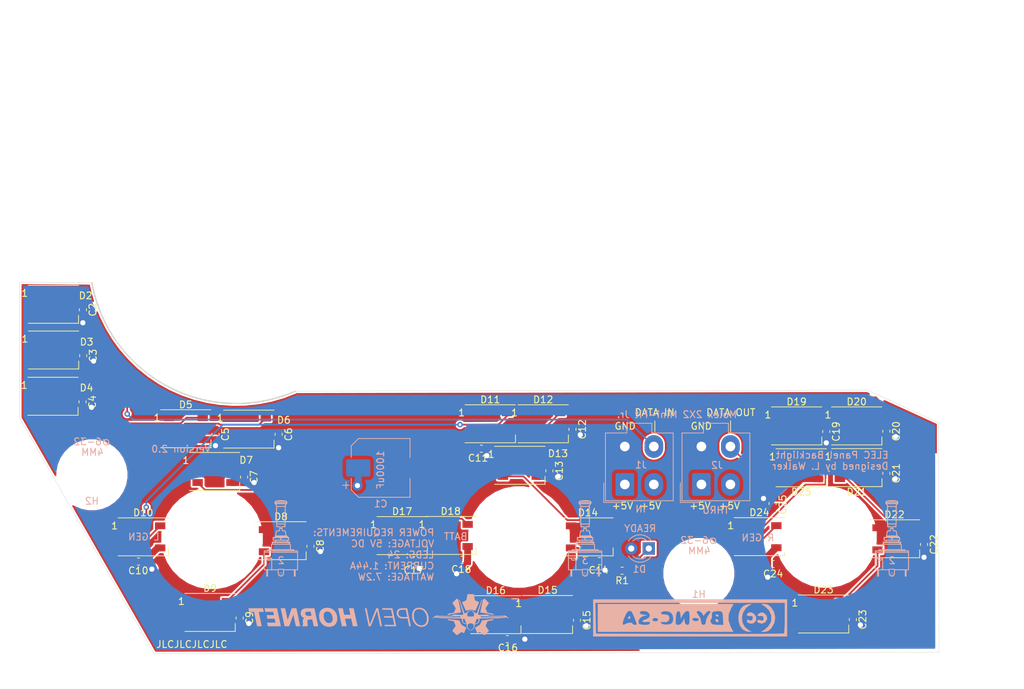
<source format=kicad_pcb>
(kicad_pcb (version 20171130) (host pcbnew "(5.1.6)-1")
  (layers (0 F.Cu signal) (31 B.Cu signal) (34 B.Paste user) (35 F.Paste user) (36 B.SilkS user) (37 F.SilkS user) (38 B.Mask user) (39 F.Mask user) (44 Edge.Cuts user))
  (net 0 "")
  (net 1 /LEDGND)
  (net 2 /LED+5V)
  (net 3 "Net-(D1-Pad1)")
  (net 4 "Net-(D2-Pad2)")
  (net 5 /DATAIN)
  (net 6 "Net-(D3-Pad2)")
  (net 7 "Net-(D4-Pad2)")
  (net 8 "Net-(D5-Pad2)")
  (net 9 "Net-(D6-Pad2)")
  (net 10 "Net-(D7-Pad2)")
  (net 11 "Net-(D8-Pad2)")
  (net 12 "Net-(D10-Pad4)")
  (net 13 "Net-(D10-Pad2)")
  (net 14 "Net-(D11-Pad2)")
  (net 15 "Net-(D12-Pad2)")
  (net 16 /DATAOUT1)
  (net 17 "Net-(D14-Pad2)")
  (net 18 "Net-(D15-Pad2)")
  (net 19 "Net-(D16-Pad2)")
  (net 20 "Net-(D17-Pad2)")
  (net 21 "Net-(D18-Pad2)")
  (net 22 "Net-(D19-Pad2)")
  (net 23 "Net-(D20-Pad2)")
  (net 24 "Net-(D21-Pad2)")
  (net 25 "Net-(D22-Pad2)")
  (net 26 "Net-(D23-Pad2)")
  (net 27 "Net-(D24-Pad2)")
  (net 28 /DATAOUT)
  (module OH_Backlighting:OH_Panel_6-32_PHS (layer F.Cu) (at 40.4114 125.7808)
    (fp_text reference 5 hide)
    (fp_text value OH_Panel_Fastner_Keepout hide)
    (fp_text user 4MM (at 0.075 -3.275 180) (layer B.SilkS) (effects (justify mirror)))
    (fp_text user H2 (at 0 3.81) (layer B.SilkS) (effects (justify mirror)))
    (fp_text user ⌀6-32 (at 0 -4.8) (layer B.SilkS) (effects (justify mirror)))
    (pad "" np_thru_hole circle (at 0 0) (size 4.3 4.3) (drill 4.3) (layers *.Cu *.Mask) (clearance 3))
  )
  (module OH_Backlighting:OH_Panel_6-32_PHS (layer F.Cu) (at 128.2954 140.0683)
    (fp_text reference 4 hide)
    (fp_text value OH_Panel_Fastner_Keepout hide)
    (fp_text user 4MM (at 0.075 -3.275 180) (layer B.SilkS) (effects (justify mirror)))
    (fp_text user H1 (at 0 3.0317) (layer B.SilkS) (effects (justify mirror)))
    (fp_text user ⌀6-32 (at 0 -4.8) (layer B.SilkS) (effects (justify mirror)))
    (pad "" np_thru_hole circle (at 0 0) (size 4.3 4.3) (drill 4.3) (layers *.Cu *.Mask) (clearance 3))
  )
  (module OH_Backlighting:SxAL_Toggle_13x13mm (layer F.Cu) (at 57.8104 134.979916)
    (fp_text reference 1 hide)
    (fp_text value SxAL_Toggle_13x13mm hide)
    (pad "" np_thru_hole circle (at 0 0) (size 12.7 12.7) (drill 12.7) (layers *.Mask F.Cu) (clearance 1))
    (pad "" np_thru_hole circle (at 0 0) (size 12.7 12.7) (drill 12.7) (layers *.Mask B.Cu) (clearance 2.65))
  )
  (module OH_Backlighting:SxAL_Toggle_13x13mm (layer F.Cu) (at 102.2604 134.7978)
    (fp_text reference 2 hide)
    (fp_text value SxAL_Toggle_13x13mm hide)
    (pad "" np_thru_hole circle (at 0 0) (size 12.7 12.7) (drill 12.7) (layers *.Mask F.Cu) (clearance 1))
    (pad "" np_thru_hole circle (at 0 0) (size 12.7 12.7) (drill 12.7) (layers *.Mask B.Cu) (clearance 2.65))
  )
  (module OH_Backlighting:SxAL_Toggle_13x13mm (layer F.Cu) (at 146.7104 134.7978)
    (fp_text reference 3 hide)
    (fp_text value SxAL_Toggle_13x13mm hide)
    (pad "" np_thru_hole circle (at 0 0) (size 12.7 12.7) (drill 12.7) (layers *.Mask F.Cu) (clearance 1))
    (pad "" np_thru_hole circle (at 0 0) (size 12.7 12.7) (drill 12.7) (layers *.Mask B.Cu) (clearance 2.65))
  )
  (module OH_General:OH_LOGO_37.7mm_5.9mm (layer B.Cu) (at 81.92 146.05 180)
    (fp_text reference G4 hide)
    (fp_text value LOGO hide)
  )
  (module OH_General:CC-BY-NC-SA-Small (layer B.Cu) (at 127.12 146.52 180)
    (fp_text reference G5 hide)
    (fp_text value LOGO hide)
  )
  (module Capacitor_SMD:C_0603_1608Metric (layer F.Cu) (at 138.98 129.94 90)
    (fp_text reference C25 (at -0.16 1.47 90) (layer F.SilkS))
    (fp_text value C)
    (pad 2 smd roundrect (at 0.7875 0 90) (size 0.875 0.95) (layers F.Cu F.Paste F.Mask) (net 1 /LEDGND))
    (pad 1 smd roundrect (at -0.7875 0 90) (size 0.875 0.95) (layers F.Cu F.Paste F.Mask) (net 2 /LED+5V))
  )
  (module Capacitor_SMD:C_0603_1608Metric (layer F.Cu) (at 139.0575 138.7 180)
    (fp_text reference C24 (at 0 -1.43) (layer F.SilkS))
    (fp_text value C)
    (pad 2 smd roundrect (at 0.7875 0 180) (size 0.875 0.95) (layers F.Cu F.Paste F.Mask) (net 1 /LEDGND))
    (pad 1 smd roundrect (at -0.7875 0 180) (size 0.875 0.95) (layers F.Cu F.Paste F.Mask) (net 2 /LED+5V))
  )
  (module Capacitor_SMD:C_0603_1608Metric (layer F.Cu) (at 150.6 146.752 270)
    (fp_text reference C23 (at 0 -1.43 90) (layer F.SilkS))
    (fp_text value C)
    (pad 2 smd roundrect (at 0.7875 0 270) (size 0.875 0.95) (layers F.Cu F.Paste F.Mask) (net 1 /LEDGND))
    (pad 1 smd roundrect (at -0.7875 0 270) (size 0.875 0.95) (layers F.Cu F.Paste F.Mask) (net 2 /LED+5V))
  )
  (module Capacitor_SMD:C_0603_1608Metric (layer F.Cu) (at 160.91 135.87 270)
    (fp_text reference C22 (at 0 -1.43 90) (layer F.SilkS))
    (fp_text value C)
    (pad 2 smd roundrect (at 0.7875 0 270) (size 0.875 0.95) (layers F.Cu F.Paste F.Mask) (net 1 /LEDGND))
    (pad 1 smd roundrect (at -0.7875 0 270) (size 0.875 0.95) (layers F.Cu F.Paste F.Mask) (net 2 /LED+5V))
  )
  (module Capacitor_SMD:C_0603_1608Metric (layer F.Cu) (at 155.45 125.562 270)
    (fp_text reference C21 (at 0 -1.43 90) (layer F.SilkS))
    (fp_text value C)
    (pad 2 smd roundrect (at 0.7875 0 270) (size 0.875 0.95) (layers F.Cu F.Paste F.Mask) (net 1 /LEDGND))
    (pad 1 smd roundrect (at -0.7875 0 270) (size 0.875 0.95) (layers F.Cu F.Paste F.Mask) (net 2 /LED+5V))
  )
  (module Capacitor_SMD:C_0603_1608Metric (layer F.Cu) (at 155.45 119.462 270)
    (fp_text reference C20 (at 0 -1.43 90) (layer F.SilkS))
    (fp_text value C)
    (pad 2 smd roundrect (at 0.7875 0 270) (size 0.875 0.95) (layers F.Cu F.Paste F.Mask) (net 1 /LEDGND))
    (pad 1 smd roundrect (at -0.7875 0 270) (size 0.875 0.95) (layers F.Cu F.Paste F.Mask) (net 2 /LED+5V))
  )
  (module Resistor_SMD:R_0603_1608Metric (layer F.Cu) (at 117.19 139.68 180)
    (fp_text reference R1 (at 0 -1.43) (layer F.SilkS))
    (fp_text value R)
    (pad 2 smd roundrect (at 0.7875 0 180) (size 0.875 0.95) (layers F.Cu F.Paste F.Mask) (net 1 /LEDGND))
    (pad 1 smd roundrect (at -0.7875 0 180) (size 0.875 0.95) (layers F.Cu F.Paste F.Mask) (net 3 "Net-(D1-Pad1)"))
  )
  (module Connector_Molex:Molex_Mini-Fit_Jr_5566-04A_2x02_P4.20mm_Vertical (layer B.Cu) (at 128.67 127.18)
    (fp_text reference J2 (at 2.27 -2.79) (layer B.SilkS) (effects (justify mirror)))
    (fp_text value Conn_01x04_Female)
    (pad 4 thru_hole oval (at 4.2 -5.5) (size 2.7 3.3) (drill 1.4) (layers *.Cu *.Mask) (net 28 /DATAOUT))
    (pad 3 thru_hole oval (at 0 -5.5) (size 2.7 3.3) (drill 1.4) (layers *.Cu *.Mask) (net 1 /LEDGND))
    (pad 2 thru_hole oval (at 4.2 0) (size 2.7 3.3) (drill 1.4) (layers *.Cu *.Mask) (net 2 /LED+5V))
    (pad 1 thru_hole roundrect (at 0 0) (size 2.7 3.3) (drill 1.4) (layers *.Cu *.Mask) (roundrect_rratio 0.09259299999999999) (net 2 /LED+5V))
  )
  (module Connector_Molex:Molex_Mini-Fit_Jr_5566-04A_2x02_P4.20mm_Vertical (layer B.Cu) (at 117.58 127.18)
    (fp_text reference J1 (at 2.34 -2.84) (layer B.SilkS) (effects (justify mirror)))
    (fp_text value Conn_01x04_Female)
    (pad 4 thru_hole oval (at 4.2 -5.5) (size 2.7 3.3) (drill 1.4) (layers *.Cu *.Mask) (net 5 /DATAIN))
    (pad 3 thru_hole oval (at 0 -5.5) (size 2.7 3.3) (drill 1.4) (layers *.Cu *.Mask) (net 1 /LEDGND))
    (pad 2 thru_hole oval (at 4.2 0) (size 2.7 3.3) (drill 1.4) (layers *.Cu *.Mask) (net 2 /LED+5V))
    (pad 1 thru_hole roundrect (at 0 0) (size 2.7 3.3) (drill 1.4) (layers *.Cu *.Mask) (roundrect_rratio 0.09259299999999999) (net 2 /LED+5V))
  )
  (module Capacitor_SMD:C_0603_1608Metric (layer F.Cu) (at 146.75 119.512 270)
    (fp_text reference C19 (at 0 -1.43 90) (layer F.SilkS))
    (fp_text value C)
    (pad 2 smd roundrect (at 0.7875 0 270) (size 0.875 0.95) (layers F.Cu F.Paste F.Mask) (net 1 /LEDGND))
    (pad 1 smd roundrect (at -0.7875 0 270) (size 0.875 0.95) (layers F.Cu F.Paste F.Mask) (net 2 /LED+5V))
  )
  (module Capacitor_SMD:C_0603_1608Metric (layer F.Cu) (at 94.0125 138.1)
    (fp_text reference C18 (at -0.1125 1.375) (layer F.SilkS))
    (fp_text value C)
    (pad 2 smd roundrect (at 0.7875 0) (size 0.875 0.95) (layers F.Cu F.Paste F.Mask) (net 1 /LEDGND))
    (pad 1 smd roundrect (at -0.7875 0) (size 0.875 0.95) (layers F.Cu F.Paste F.Mask) (net 2 /LED+5V))
  )
  (module Capacitor_SMD:C_0603_1608Metric (layer F.Cu) (at 87.0125 138.15)
    (fp_text reference C17 (at -0.0125 1.475) (layer F.SilkS))
    (fp_text value C)
    (pad 2 smd roundrect (at 0.7875 0) (size 0.875 0.95) (layers F.Cu F.Paste F.Mask) (net 1 /LEDGND))
    (pad 1 smd roundrect (at -0.7875 0) (size 0.875 0.95) (layers F.Cu F.Paste F.Mask) (net 2 /LED+5V))
  )
  (module Capacitor_SMD:C_0603_1608Metric (layer F.Cu) (at 100.562 149.6)
    (fp_text reference C16 (at 0.0875 1.25) (layer F.SilkS))
    (fp_text value C)
    (pad 2 smd roundrect (at 0.7875 0) (size 0.875 0.95) (layers F.Cu F.Paste F.Mask) (net 1 /LEDGND))
    (pad 1 smd roundrect (at -0.7875 0) (size 0.875 0.95) (layers F.Cu F.Paste F.Mask) (net 2 /LED+5V))
  )
  (module Capacitor_SMD:C_0603_1608Metric (layer F.Cu) (at 110.65 146.862 270)
    (fp_text reference C15 (at 0 -1.43 90) (layer F.SilkS))
    (fp_text value C)
    (pad 2 smd roundrect (at 0.7875 0 270) (size 0.875 0.95) (layers F.Cu F.Paste F.Mask) (net 1 /LEDGND))
    (pad 1 smd roundrect (at -0.7875 0 270) (size 0.875 0.95) (layers F.Cu F.Paste F.Mask) (net 2 /LED+5V))
  )
  (module Capacitor_SMD:C_0603_1608Metric (layer F.Cu) (at 113.9 138.3)
    (fp_text reference C14 (at -0.1 1.3) (layer F.SilkS))
    (fp_text value C)
    (pad 2 smd roundrect (at 0.7875 0) (size 0.875 0.95) (layers F.Cu F.Paste F.Mask) (net 1 /LEDGND))
    (pad 1 smd roundrect (at -0.7875 0) (size 0.875 0.95) (layers F.Cu F.Paste F.Mask) (net 2 /LED+5V))
  )
  (module Capacitor_SMD:C_0603_1608Metric (layer F.Cu) (at 106.65 125.212 270)
    (fp_text reference C13 (at 0 -1.43 90) (layer F.SilkS))
    (fp_text value C)
    (pad 2 smd roundrect (at 0.7875 0 270) (size 0.875 0.95) (layers F.Cu F.Paste F.Mask) (net 1 /LEDGND))
    (pad 1 smd roundrect (at -0.7875 0 270) (size 0.875 0.95) (layers F.Cu F.Paste F.Mask) (net 2 /LED+5V))
  )
  (module Capacitor_SMD:C_0603_1608Metric (layer F.Cu) (at 110 119.188 270)
    (fp_text reference C12 (at 0 -1.43 90) (layer F.SilkS))
    (fp_text value C)
    (pad 2 smd roundrect (at 0.7875 0 270) (size 0.875 0.95) (layers F.Cu F.Paste F.Mask) (net 1 /LEDGND))
    (pad 1 smd roundrect (at -0.7875 0 270) (size 0.875 0.95) (layers F.Cu F.Paste F.Mask) (net 2 /LED+5V))
  )
  (module Capacitor_SMD:C_0603_1608Metric (layer F.Cu) (at 96.8125 122)
    (fp_text reference C11 (at -0.4875 1.35) (layer F.SilkS))
    (fp_text value C)
    (pad 2 smd roundrect (at 0.7875 0) (size 0.875 0.95) (layers F.Cu F.Paste F.Mask) (net 1 /LEDGND))
    (pad 1 smd roundrect (at -0.7875 0) (size 0.875 0.95) (layers F.Cu F.Paste F.Mask) (net 2 /LED+5V))
  )
  (module Capacitor_SMD:C_0603_1608Metric (layer F.Cu) (at 47.1625 138.35)
    (fp_text reference C10 (at -0.0375 1.325) (layer F.SilkS))
    (fp_text value C)
    (pad 2 smd roundrect (at 0.7875 0) (size 0.875 0.95) (layers F.Cu F.Paste F.Mask) (net 1 /LEDGND))
    (pad 1 smd roundrect (at -0.7875 0) (size 0.875 0.95) (layers F.Cu F.Paste F.Mask) (net 2 /LED+5V))
  )
  (module Capacitor_SMD:C_0603_1608Metric (layer F.Cu) (at 61.8 146.538 270)
    (fp_text reference C9 (at 0 -1.43 90) (layer F.SilkS))
    (fp_text value C)
    (pad 2 smd roundrect (at 0.7875 0 270) (size 0.875 0.95) (layers F.Cu F.Paste F.Mask) (net 1 /LEDGND))
    (pad 1 smd roundrect (at -0.7875 0 270) (size 0.875 0.95) (layers F.Cu F.Paste F.Mask) (net 2 /LED+5V))
  )
  (module Capacitor_SMD:C_0603_1608Metric (layer F.Cu) (at 72.05 136.138 270)
    (fp_text reference C8 (at 0 -1.43 90) (layer F.SilkS))
    (fp_text value C)
    (pad 2 smd roundrect (at 0.7875 0 270) (size 0.875 0.95) (layers F.Cu F.Paste F.Mask) (net 1 /LEDGND))
    (pad 1 smd roundrect (at -0.7875 0 270) (size 0.875 0.95) (layers F.Cu F.Paste F.Mask) (net 2 /LED+5V))
  )
  (module Capacitor_SMD:C_0603_1608Metric (layer F.Cu) (at 62.45 126.112 270)
    (fp_text reference C7 (at 0 -1.43 90) (layer F.SilkS))
    (fp_text value C)
    (pad 2 smd roundrect (at 0.7875 0 270) (size 0.875 0.95) (layers F.Cu F.Paste F.Mask) (net 1 /LEDGND))
    (pad 1 smd roundrect (at -0.7875 0 270) (size 0.875 0.95) (layers F.Cu F.Paste F.Mask) (net 2 /LED+5V))
  )
  (module Capacitor_SMD:C_0603_1608Metric (layer F.Cu) (at 67.45 119.912 270)
    (fp_text reference C6 (at 0 -1.43 90) (layer F.SilkS))
    (fp_text value C)
    (pad 2 smd roundrect (at 0.7875 0 270) (size 0.875 0.95) (layers F.Cu F.Paste F.Mask) (net 1 /LEDGND))
    (pad 1 smd roundrect (at -0.7875 0 270) (size 0.875 0.95) (layers F.Cu F.Paste F.Mask) (net 2 /LED+5V))
  )
  (module Capacitor_SMD:C_0603_1608Metric (layer F.Cu) (at 58.3 119.912 270)
    (fp_text reference C5 (at 0 -1.43 90) (layer F.SilkS))
    (fp_text value C)
    (pad 2 smd roundrect (at 0.7875 0 270) (size 0.875 0.95) (layers F.Cu F.Paste F.Mask) (net 1 /LEDGND))
    (pad 1 smd roundrect (at -0.7875 0 270) (size 0.875 0.95) (layers F.Cu F.Paste F.Mask) (net 2 /LED+5V))
  )
  (module Capacitor_SMD:C_0603_1608Metric (layer F.Cu) (at 39.05 115.212 270)
    (fp_text reference C4 (at 0 -1.43 90) (layer F.SilkS))
    (fp_text value C)
    (pad 2 smd roundrect (at 0.7875 0 270) (size 0.875 0.95) (layers F.Cu F.Paste F.Mask) (net 1 /LEDGND))
    (pad 1 smd roundrect (at -0.7875 0 270) (size 0.875 0.95) (layers F.Cu F.Paste F.Mask) (net 2 /LED+5V))
  )
  (module Capacitor_SMD:C_0603_1608Metric (layer F.Cu) (at 39.15 108.512 270)
    (fp_text reference C3 (at 0 -1.43 90) (layer F.SilkS))
    (fp_text value C)
    (pad 2 smd roundrect (at 0.7875 0 270) (size 0.875 0.95) (layers F.Cu F.Paste F.Mask) (net 1 /LEDGND))
    (pad 1 smd roundrect (at -0.7875 0 270) (size 0.875 0.95) (layers F.Cu F.Paste F.Mask) (net 2 /LED+5V))
  )
  (module Capacitor_SMD:C_0603_1608Metric (layer F.Cu) (at 39.1 101.862 270)
    (fp_text reference C2 (at 0 -1.43 90) (layer F.SilkS))
    (fp_text value C)
    (pad 2 smd roundrect (at 0.7875 0 270) (size 0.875 0.95) (layers F.Cu F.Paste F.Mask) (net 1 /LEDGND))
    (pad 1 smd roundrect (at -0.7875 0 270) (size 0.875 0.95) (layers F.Cu F.Paste F.Mask) (net 2 /LED+5V))
  )
  (module "Kicad Footprint Files:S3ALToggle" (layer B.Cu) (at 111.9632 135.128 180)
    (fp_text reference G2 hide)
    (fp_text value LOGO hide)
    (fp_text user 3 (at 0.125 -3.075) (layer B.SilkS) (effects (justify mirror)))
  )
  (module "Kicad Footprint Files:S2ALToggle" (layer B.Cu) (at 156.3878 135.128 180)
    (fp_text reference G3 hide)
    (fp_text value LOGO hide)
    (fp_text user 2 (at 0.125 -3.075) (layer B.SilkS) (effects (justify mirror)))
  )
  (module "Kicad Footprint Files:S2ALToggle" (layer B.Cu) (at 67.9196 135.128 180)
    (fp_text reference G1 hide)
    (fp_text value LOGO hide)
    (fp_text user 2 (at 0.125 -3.075) (layer B.SilkS) (effects (justify mirror)))
  )
  (module LED_SMD:LED_WS2812B_PLCC4_5.0x5.0mm_P3.2mm (layer F.Cu) (at 143.117 124.765)
    (fp_text reference D25 (at 0.0116 3.5054) (layer F.SilkS))
    (fp_text value WS2812B)
    (fp_text user 1 (at -4.15 -1.6) (layer F.SilkS))
    (pad 1 smd rect (at -2.45 -1.6) (size 1.5 1) (layers F.Cu F.Paste F.Mask) (net 2 /LED+5V))
    (pad 2 smd rect (at -2.45 1.6) (size 1.5 1) (layers F.Cu F.Paste F.Mask) (net 28 /DATAOUT))
    (pad 4 smd rect (at 2.45 -1.6) (size 1.5 1) (layers F.Cu F.Paste F.Mask) (net 27 "Net-(D24-Pad2)"))
    (pad 3 smd rect (at 2.45 1.6) (size 1.5 1) (layers F.Cu F.Paste F.Mask) (net 1 /LEDGND))
  )
  (module LED_SMD:LED_WS2812B_PLCC4_5.0x5.0mm_P3.2mm (layer F.Cu) (at 137.072 134.747)
    (fp_text reference D24 (at 0 -3.5) (layer F.SilkS))
    (fp_text value WS2812B)
    (fp_text user 1 (at -4.15 -1.6) (layer F.SilkS))
    (pad 1 smd rect (at -2.45 -1.6) (size 1.5 1) (layers F.Cu F.Paste F.Mask) (net 2 /LED+5V))
    (pad 2 smd rect (at -2.45 1.6) (size 1.5 1) (layers F.Cu F.Paste F.Mask) (net 27 "Net-(D24-Pad2)"))
    (pad 4 smd rect (at 2.45 -1.6) (size 1.5 1) (layers F.Cu F.Paste F.Mask) (net 26 "Net-(D23-Pad2)"))
    (pad 3 smd rect (at 2.45 1.6) (size 1.5 1) (layers F.Cu F.Paste F.Mask) (net 1 /LEDGND))
  )
  (module LED_SMD:LED_WS2812B_PLCC4_5.0x5.0mm_P3.2mm (layer F.Cu) (at 146.355 145.948)
    (fp_text reference D23 (at 0 -3.5) (layer F.SilkS))
    (fp_text value WS2812B)
    (fp_text user 1 (at -4.15 -1.6) (layer F.SilkS))
    (pad 1 smd rect (at -2.45 -1.6) (size 1.5 1) (layers F.Cu F.Paste F.Mask) (net 2 /LED+5V))
    (pad 2 smd rect (at -2.45 1.6) (size 1.5 1) (layers F.Cu F.Paste F.Mask) (net 26 "Net-(D23-Pad2)"))
    (pad 4 smd rect (at 2.45 -1.6) (size 1.5 1) (layers F.Cu F.Paste F.Mask) (net 25 "Net-(D22-Pad2)"))
    (pad 3 smd rect (at 2.45 1.6) (size 1.5 1) (layers F.Cu F.Paste F.Mask) (net 1 /LEDGND))
  )
  (module LED_SMD:LED_WS2812B_PLCC4_5.0x5.0mm_P3.2mm (layer F.Cu) (at 156.63 135.052)
    (fp_text reference D22 (at 0 -3.5) (layer F.SilkS))
    (fp_text value WS2812B)
    (fp_text user 1 (at -4.15 -1.6) (layer F.SilkS))
    (pad 1 smd rect (at -2.45 -1.6) (size 1.5 1) (layers F.Cu F.Paste F.Mask) (net 2 /LED+5V))
    (pad 2 smd rect (at -2.45 1.6) (size 1.5 1) (layers F.Cu F.Paste F.Mask) (net 25 "Net-(D22-Pad2)"))
    (pad 4 smd rect (at 2.45 -1.6) (size 1.5 1) (layers F.Cu F.Paste F.Mask) (net 24 "Net-(D21-Pad2)"))
    (pad 3 smd rect (at 2.45 1.6) (size 1.5 1) (layers F.Cu F.Paste F.Mask) (net 1 /LEDGND))
  )
  (module LED_SMD:LED_WS2812B_PLCC4_5.0x5.0mm_P3.2mm (layer F.Cu) (at 151.167 124.739)
    (fp_text reference D21 (at -0.0116 3.5308) (layer F.SilkS))
    (fp_text value WS2812B)
    (fp_text user 1 (at -4.15 -1.6) (layer F.SilkS))
    (pad 1 smd rect (at -2.45 -1.6) (size 1.5 1) (layers F.Cu F.Paste F.Mask) (net 2 /LED+5V))
    (pad 2 smd rect (at -2.45 1.6) (size 1.5 1) (layers F.Cu F.Paste F.Mask) (net 24 "Net-(D21-Pad2)"))
    (pad 4 smd rect (at 2.45 -1.6) (size 1.5 1) (layers F.Cu F.Paste F.Mask) (net 23 "Net-(D20-Pad2)"))
    (pad 3 smd rect (at 2.45 1.6) (size 1.5 1) (layers F.Cu F.Paste F.Mask) (net 1 /LEDGND))
  )
  (module LED_SMD:LED_WS2812B_PLCC4_5.0x5.0mm_P3.2mm (layer F.Cu) (at 151.155 118.694)
    (fp_text reference D20 (at 0 -3.5) (layer F.SilkS))
    (fp_text value WS2812B)
    (fp_text user 1 (at -4.15 -1.6) (layer F.SilkS))
    (pad 1 smd rect (at -2.45 -1.6) (size 1.5 1) (layers F.Cu F.Paste F.Mask) (net 2 /LED+5V))
    (pad 2 smd rect (at -2.45 1.6) (size 1.5 1) (layers F.Cu F.Paste F.Mask) (net 23 "Net-(D20-Pad2)"))
    (pad 4 smd rect (at 2.45 -1.6) (size 1.5 1) (layers F.Cu F.Paste F.Mask) (net 22 "Net-(D19-Pad2)"))
    (pad 3 smd rect (at 2.45 1.6) (size 1.5 1) (layers F.Cu F.Paste F.Mask) (net 1 /LEDGND))
  )
  (module LED_SMD:LED_WS2812B_PLCC4_5.0x5.0mm_P3.2mm (layer F.Cu) (at 142.455 118.694)
    (fp_text reference D19 (at 0 -3.5) (layer F.SilkS))
    (fp_text value WS2812B)
    (fp_text user 1 (at -4.15 -1.6) (layer F.SilkS))
    (pad 1 smd rect (at -2.45 -1.6) (size 1.5 1) (layers F.Cu F.Paste F.Mask) (net 2 /LED+5V))
    (pad 2 smd rect (at -2.45 1.6) (size 1.5 1) (layers F.Cu F.Paste F.Mask) (net 22 "Net-(D19-Pad2)"))
    (pad 4 smd rect (at 2.45 -1.6) (size 1.5 1) (layers F.Cu F.Paste F.Mask) (net 21 "Net-(D18-Pad2)"))
    (pad 3 smd rect (at 2.45 1.6) (size 1.5 1) (layers F.Cu F.Paste F.Mask) (net 1 /LEDGND))
  )
  (module LED_SMD:LED_WS2812B_PLCC4_5.0x5.0mm_P3.2mm (layer F.Cu) (at 92.3682 134.569)
    (fp_text reference D18 (at 0 -3.5) (layer F.SilkS))
    (fp_text value WS2812B)
    (fp_text user 1 (at -4.15 -1.6) (layer F.SilkS))
    (pad 1 smd rect (at -2.45 -1.6) (size 1.5 1) (layers F.Cu F.Paste F.Mask) (net 2 /LED+5V))
    (pad 2 smd rect (at -2.45 1.6) (size 1.5 1) (layers F.Cu F.Paste F.Mask) (net 21 "Net-(D18-Pad2)"))
    (pad 4 smd rect (at 2.45 -1.6) (size 1.5 1) (layers F.Cu F.Paste F.Mask) (net 20 "Net-(D17-Pad2)"))
    (pad 3 smd rect (at 2.45 1.6) (size 1.5 1) (layers F.Cu F.Paste F.Mask) (net 1 /LEDGND))
  )
  (module LED_SMD:LED_WS2812B_PLCC4_5.0x5.0mm_P3.2mm (layer F.Cu) (at 85.3302 134.594)
    (fp_text reference D17 (at 0 -3.5) (layer F.SilkS))
    (fp_text value WS2812B)
    (fp_text user 1 (at -4.15 -1.6) (layer F.SilkS))
    (pad 1 smd rect (at -2.45 -1.6) (size 1.5 1) (layers F.Cu F.Paste F.Mask) (net 2 /LED+5V))
    (pad 2 smd rect (at -2.45 1.6) (size 1.5 1) (layers F.Cu F.Paste F.Mask) (net 20 "Net-(D17-Pad2)"))
    (pad 4 smd rect (at 2.45 -1.6) (size 1.5 1) (layers F.Cu F.Paste F.Mask) (net 19 "Net-(D16-Pad2)"))
    (pad 3 smd rect (at 2.45 1.6) (size 1.5 1) (layers F.Cu F.Paste F.Mask) (net 1 /LEDGND))
  )
  (module LED_SMD:LED_WS2812B_PLCC4_5.0x5.0mm_P3.2mm (layer F.Cu) (at 98.8938 146.05)
    (fp_text reference D16 (at 0 -3.5) (layer F.SilkS))
    (fp_text value WS2812B)
    (fp_text user 1 (at -4.15 -1.6) (layer F.SilkS))
    (pad 1 smd rect (at -2.45 -1.6) (size 1.5 1) (layers F.Cu F.Paste F.Mask) (net 2 /LED+5V))
    (pad 2 smd rect (at -2.45 1.6) (size 1.5 1) (layers F.Cu F.Paste F.Mask) (net 19 "Net-(D16-Pad2)"))
    (pad 4 smd rect (at 2.45 -1.6) (size 1.5 1) (layers F.Cu F.Paste F.Mask) (net 18 "Net-(D15-Pad2)"))
    (pad 3 smd rect (at 2.45 1.6) (size 1.5 1) (layers F.Cu F.Paste F.Mask) (net 1 /LEDGND))
  )
  (module LED_SMD:LED_WS2812B_PLCC4_5.0x5.0mm_P3.2mm (layer F.Cu) (at 106.364 146.024)
    (fp_text reference D15 (at 0.037 -3.5304) (layer F.SilkS))
    (fp_text value WS2812B)
    (fp_text user 1 (at -4.15 -1.6) (layer F.SilkS))
    (pad 1 smd rect (at -2.45 -1.6) (size 1.5 1) (layers F.Cu F.Paste F.Mask) (net 2 /LED+5V))
    (pad 2 smd rect (at -2.45 1.6) (size 1.5 1) (layers F.Cu F.Paste F.Mask) (net 18 "Net-(D15-Pad2)"))
    (pad 4 smd rect (at 2.45 -1.6) (size 1.5 1) (layers F.Cu F.Paste F.Mask) (net 17 "Net-(D14-Pad2)"))
    (pad 3 smd rect (at 2.45 1.6) (size 1.5 1) (layers F.Cu F.Paste F.Mask) (net 1 /LEDGND))
  )
  (module LED_SMD:LED_WS2812B_PLCC4_5.0x5.0mm_P3.2mm (layer F.Cu) (at 112.243 134.772)
    (fp_text reference D14 (at 0 -3.5) (layer F.SilkS))
    (fp_text value WS2812B)
    (fp_text user 1 (at -4.15 -1.6) (layer F.SilkS))
    (pad 1 smd rect (at -2.45 -1.6) (size 1.5 1) (layers F.Cu F.Paste F.Mask) (net 2 /LED+5V))
    (pad 2 smd rect (at -2.45 1.6) (size 1.5 1) (layers F.Cu F.Paste F.Mask) (net 17 "Net-(D14-Pad2)"))
    (pad 4 smd rect (at 2.45 -1.6) (size 1.5 1) (layers F.Cu F.Paste F.Mask) (net 16 /DATAOUT1))
    (pad 3 smd rect (at 2.45 1.6) (size 1.5 1) (layers F.Cu F.Paste F.Mask) (net 1 /LEDGND))
  )
  (module LED_SMD:LED_WS2812B_PLCC4_5.0x5.0mm_P3.2mm (layer F.Cu) (at 102.376 124.409)
    (fp_text reference D13 (at 5.524 -1.709) (layer F.SilkS))
    (fp_text value WS2812B)
    (fp_text user 1 (at -4.15 -1.6) (layer F.SilkS))
    (pad 1 smd rect (at -2.45 -1.6) (size 1.5 1) (layers F.Cu F.Paste F.Mask) (net 2 /LED+5V))
    (pad 2 smd rect (at -2.45 1.6) (size 1.5 1) (layers F.Cu F.Paste F.Mask) (net 16 /DATAOUT1))
    (pad 4 smd rect (at 2.45 -1.6) (size 1.5 1) (layers F.Cu F.Paste F.Mask) (net 15 "Net-(D12-Pad2)"))
    (pad 3 smd rect (at 2.45 1.6) (size 1.5 1) (layers F.Cu F.Paste F.Mask) (net 1 /LEDGND))
  )
  (module LED_SMD:LED_WS2812B_PLCC4_5.0x5.0mm_P3.2mm (layer F.Cu) (at 105.754 118.389)
    (fp_text reference D12 (at 0 -3.5) (layer F.SilkS))
    (fp_text value WS2812B)
    (fp_text user 1 (at -4.15 -1.6) (layer F.SilkS))
    (pad 1 smd rect (at -2.45 -1.6) (size 1.5 1) (layers F.Cu F.Paste F.Mask) (net 2 /LED+5V))
    (pad 2 smd rect (at -2.45 1.6) (size 1.5 1) (layers F.Cu F.Paste F.Mask) (net 15 "Net-(D12-Pad2)"))
    (pad 4 smd rect (at 2.45 -1.6) (size 1.5 1) (layers F.Cu F.Paste F.Mask) (net 14 "Net-(D11-Pad2)"))
    (pad 3 smd rect (at 2.45 1.6) (size 1.5 1) (layers F.Cu F.Paste F.Mask) (net 1 /LEDGND))
  )
  (module LED_SMD:LED_WS2812B_PLCC4_5.0x5.0mm_P3.2mm (layer F.Cu) (at 98.0948 118.389)
    (fp_text reference D11 (at 0 -3.5) (layer F.SilkS))
    (fp_text value WS2812B)
    (fp_text user 1 (at -4.15 -1.6) (layer F.SilkS))
    (pad 1 smd rect (at -2.45 -1.6) (size 1.5 1) (layers F.Cu F.Paste F.Mask) (net 2 /LED+5V))
    (pad 2 smd rect (at -2.45 1.6) (size 1.5 1) (layers F.Cu F.Paste F.Mask) (net 14 "Net-(D11-Pad2)"))
    (pad 4 smd rect (at 2.45 -1.6) (size 1.5 1) (layers F.Cu F.Paste F.Mask) (net 13 "Net-(D10-Pad2)"))
    (pad 3 smd rect (at 2.45 1.6) (size 1.5 1) (layers F.Cu F.Paste F.Mask) (net 1 /LEDGND))
  )
  (module LED_SMD:LED_WS2812B_PLCC4_5.0x5.0mm_P3.2mm (layer F.Cu) (at 47.842 134.772)
    (fp_text reference D10 (at 0 -3.5) (layer F.SilkS))
    (fp_text value WS2812B)
    (fp_text user 1 (at -4.15 -1.6) (layer F.SilkS))
    (pad 1 smd rect (at -2.45 -1.6) (size 1.5 1) (layers F.Cu F.Paste F.Mask) (net 2 /LED+5V))
    (pad 2 smd rect (at -2.45 1.6) (size 1.5 1) (layers F.Cu F.Paste F.Mask) (net 13 "Net-(D10-Pad2)"))
    (pad 4 smd rect (at 2.45 -1.6) (size 1.5 1) (layers F.Cu F.Paste F.Mask) (net 12 "Net-(D10-Pad4)"))
    (pad 3 smd rect (at 2.45 1.6) (size 1.5 1) (layers F.Cu F.Paste F.Mask) (net 1 /LEDGND))
  )
  (module LED_SMD:LED_WS2812B_PLCC4_5.0x5.0mm_P3.2mm (layer F.Cu) (at 57.5194 145.72)
    (fp_text reference D9 (at 0 -3.5) (layer F.SilkS))
    (fp_text value WS2812B)
    (fp_text user 1 (at -4.15 -1.6) (layer F.SilkS))
    (pad 1 smd rect (at -2.45 -1.6) (size 1.5 1) (layers F.Cu F.Paste F.Mask) (net 2 /LED+5V))
    (pad 2 smd rect (at -2.45 1.6) (size 1.5 1) (layers F.Cu F.Paste F.Mask) (net 12 "Net-(D10-Pad4)"))
    (pad 4 smd rect (at 2.45 -1.6) (size 1.5 1) (layers F.Cu F.Paste F.Mask) (net 11 "Net-(D8-Pad2)"))
    (pad 3 smd rect (at 2.45 1.6) (size 1.5 1) (layers F.Cu F.Paste F.Mask) (net 1 /LEDGND))
  )
  (module LED_SMD:LED_WS2812B_PLCC4_5.0x5.0mm_P3.2mm (layer F.Cu) (at 67.781 135.331)
    (fp_text reference D8 (at 0.0116 -3.48) (layer F.SilkS))
    (fp_text value WS2812B)
    (fp_text user 1 (at -4.15 -1.6) (layer F.SilkS))
    (pad 1 smd rect (at -2.45 -1.6) (size 1.5 1) (layers F.Cu F.Paste F.Mask) (net 2 /LED+5V))
    (pad 2 smd rect (at -2.45 1.6) (size 1.5 1) (layers F.Cu F.Paste F.Mask) (net 11 "Net-(D8-Pad2)"))
    (pad 4 smd rect (at 2.45 -1.6) (size 1.5 1) (layers F.Cu F.Paste F.Mask) (net 10 "Net-(D7-Pad2)"))
    (pad 3 smd rect (at 2.45 1.6) (size 1.5 1) (layers F.Cu F.Paste F.Mask) (net 1 /LEDGND))
  )
  (module LED_SMD:LED_WS2812B_PLCC4_5.0x5.0mm_P3.2mm (layer F.Cu) (at 58.166 125.298)
    (fp_text reference D7 (at 4.584 -1.648) (layer F.SilkS))
    (fp_text value WS2812B)
    (fp_text user 1 (at -4.15 -1.6) (layer F.SilkS))
    (pad 1 smd rect (at -2.45 -1.6) (size 1.5 1) (layers F.Cu F.Paste F.Mask) (net 2 /LED+5V))
    (pad 2 smd rect (at -2.45 1.6) (size 1.5 1) (layers F.Cu F.Paste F.Mask) (net 10 "Net-(D7-Pad2)"))
    (pad 4 smd rect (at 2.45 -1.6) (size 1.5 1) (layers F.Cu F.Paste F.Mask) (net 9 "Net-(D6-Pad2)"))
    (pad 3 smd rect (at 2.45 1.6) (size 1.5 1) (layers F.Cu F.Paste F.Mask) (net 1 /LEDGND))
  )
  (module LED_SMD:LED_WS2812B_PLCC4_5.0x5.0mm_P3.2mm (layer F.Cu) (at 63.1306 119.151)
    (fp_text reference D6 (at 5.0694 -1.301) (layer F.SilkS))
    (fp_text value WS2812B)
    (fp_text user 1 (at -4.15 -1.6) (layer F.SilkS))
    (pad 1 smd rect (at -2.45 -1.6) (size 1.5 1) (layers F.Cu F.Paste F.Mask) (net 2 /LED+5V))
    (pad 2 smd rect (at -2.45 1.6) (size 1.5 1) (layers F.Cu F.Paste F.Mask) (net 9 "Net-(D6-Pad2)"))
    (pad 4 smd rect (at 2.45 -1.6) (size 1.5 1) (layers F.Cu F.Paste F.Mask) (net 8 "Net-(D5-Pad2)"))
    (pad 3 smd rect (at 2.45 1.6) (size 1.5 1) (layers F.Cu F.Paste F.Mask) (net 1 /LEDGND))
  )
  (module LED_SMD:LED_WS2812B_PLCC4_5.0x5.0mm_P3.2mm (layer F.Cu) (at 54.0004 119.101)
    (fp_text reference D5 (at 0 -3.4798) (layer F.SilkS))
    (fp_text value WS2812B)
    (fp_text user 1 (at -4.15 -1.6) (layer F.SilkS))
    (pad 1 smd rect (at -2.45 -1.6) (size 1.5 1) (layers F.Cu F.Paste F.Mask) (net 2 /LED+5V))
    (pad 2 smd rect (at -2.45 1.6) (size 1.5 1) (layers F.Cu F.Paste F.Mask) (net 8 "Net-(D5-Pad2)"))
    (pad 4 smd rect (at 2.45 -1.6) (size 1.5 1) (layers F.Cu F.Paste F.Mask) (net 7 "Net-(D4-Pad2)"))
    (pad 3 smd rect (at 2.45 1.6) (size 1.5 1) (layers F.Cu F.Paste F.Mask) (net 1 /LEDGND))
  )
  (module LED_SMD:LED_WS2812B_PLCC4_5.0x5.0mm_P3.2mm (layer F.Cu) (at 34.761 114.402)
    (fp_text reference D4 (at 4.864 -1.227) (layer F.SilkS))
    (fp_text value WS2812B)
    (fp_text user 1 (at -4.15 -1.6) (layer F.SilkS))
    (pad 1 smd rect (at -2.45 -1.6) (size 1.5 1) (layers F.Cu F.Paste F.Mask) (net 2 /LED+5V))
    (pad 2 smd rect (at -2.45 1.6) (size 1.5 1) (layers F.Cu F.Paste F.Mask) (net 7 "Net-(D4-Pad2)"))
    (pad 4 smd rect (at 2.45 -1.6) (size 1.5 1) (layers F.Cu F.Paste F.Mask) (net 6 "Net-(D3-Pad2)"))
    (pad 3 smd rect (at 2.45 1.6) (size 1.5 1) (layers F.Cu F.Paste F.Mask) (net 1 /LEDGND))
  )
  (module LED_SMD:LED_WS2812B_PLCC4_5.0x5.0mm_P3.2mm (layer F.Cu) (at 34.8488 107.696)
    (fp_text reference D3 (at 4.8012 -1.171) (layer F.SilkS))
    (fp_text value WS2812B)
    (fp_text user 1 (at -4.15 -1.6) (layer F.SilkS))
    (pad 1 smd rect (at -2.45 -1.6) (size 1.5 1) (layers F.Cu F.Paste F.Mask) (net 2 /LED+5V))
    (pad 2 smd rect (at -2.45 1.6) (size 1.5 1) (layers F.Cu F.Paste F.Mask) (net 6 "Net-(D3-Pad2)"))
    (pad 4 smd rect (at 2.45 -1.6) (size 1.5 1) (layers F.Cu F.Paste F.Mask) (net 4 "Net-(D2-Pad2)"))
    (pad 3 smd rect (at 2.45 1.6) (size 1.5 1) (layers F.Cu F.Paste F.Mask) (net 1 /LEDGND))
  )
  (module LED_SMD:LED_WS2812B_PLCC4_5.0x5.0mm_P3.2mm (layer F.Cu) (at 34.8234 101.067)
    (fp_text reference D2 (at 4.6766 -1.242) (layer F.SilkS))
    (fp_text value WS2812B)
    (fp_text user 1 (at -4.15 -1.6) (layer F.SilkS))
    (pad 1 smd rect (at -2.45 -1.6) (size 1.5 1) (layers F.Cu F.Paste F.Mask) (net 2 /LED+5V))
    (pad 2 smd rect (at -2.45 1.6) (size 1.5 1) (layers F.Cu F.Paste F.Mask) (net 4 "Net-(D2-Pad2)"))
    (pad 4 smd rect (at 2.45 -1.6) (size 1.5 1) (layers F.Cu F.Paste F.Mask) (net 5 /DATAIN))
    (pad 3 smd rect (at 2.45 1.6) (size 1.5 1) (layers F.Cu F.Paste F.Mask) (net 1 /LEDGND))
  )
  (module LED_THT:LED_D3.0mm (layer B.Cu) (at 121.05 136.46 180)
    (fp_text reference D1 (at 1.37 -2.99) (layer B.SilkS) (effects (justify mirror)))
    (fp_text value LED)
    (pad 2 thru_hole circle (at 2.54 0 180) (size 1.8 1.8) (drill 0.9) (layers *.Cu *.Mask) (net 2 /LED+5V))
    (pad 1 thru_hole rect (at 0 0 180) (size 1.8 1.8) (drill 0.9) (layers *.Cu *.Mask) (net 3 "Net-(D1-Pad1)"))
  )
  (module Capacitor_SMD:CP_Elec_8x10 (layer B.Cu) (at 82.22 124.78)
    (fp_text reference C1 (at 0 5.2) (layer B.SilkS) (effects (justify mirror)))
    (fp_text value C_Polarized)
    (pad 2 smd roundrect (at 3.25 0) (size 3.5 2.5) (layers B.Cu B.Paste B.Mask) (roundrect_rratio 0.1) (net 1 /LEDGND))
    (pad 1 smd roundrect (at -3.25 0) (size 3.5 2.5) (layers B.Cu B.Paste B.Mask) (roundrect_rratio 0.1) (net 2 /LED+5V))
  )
  (gr_text JLCJLCJLCJLC (at 54.875 150.35) (layer F.SilkS) (effects (font (size 1 1))))
  (gr_line (start 132.9 119.6) (end 132.9 117.95) (layer F.SilkS) (width 0.12))
  (gr_line (start 121.925 118) (end 121.925 119.55) (layer F.SilkS) (width 0.12))
  (gr_text "DATA OUT" (at 132.925 116.75) (layer F.SilkS) (effects (font (size 1 1))))
  (gr_text GND (at 128.65 118.725) (layer F.SilkS) (effects (font (size 1 1))))
  (gr_text +5V (at 132.725 130.275) (layer F.SilkS) (effects (font (size 1 1))))
  (gr_text +5V (at 128.475 130.275) (layer F.SilkS) (effects (font (size 1 1))))
  (gr_text +5V (at 121.325 130.275) (layer F.SilkS) (effects (font (size 1 1))))
  (gr_text +5V (at 117.25 130.275) (layer F.SilkS) (effects (font (size 1 1))))
  (gr_text GND (at 117.625 118.725) (layer F.SilkS) (effects (font (size 1 1))))
  (gr_text "DATA IN" (at 121.9 116.75) (layer F.SilkS) (effects (font (size 1 1))))
  (gr_text "R GEN" (at 136.8552 134.8994) (layer B.SilkS) (effects (font (size 1 1)) (justify mirror)))
  (gr_text BATT (at 93.091 134.7216) (layer B.SilkS) (effects (font (size 1 1)) (justify mirror)))
  (gr_text "L GEN" (at 47.9298 134.7724) (layer B.SilkS) (effects (font (size 1 1)) (justify mirror)))
  (gr_arc (start 61.339566 94.181114) (end 40.4114 97.9424) (angle -103.4067556) (layer Edge.Cuts) (width 0.2))
  (gr_line (start 152.7048 113.5126) (end 69.85081 113.666856) (layer Edge.Cuts) (width 0.05))
  (gr_line (start 163.0426 118.237) (end 152.7048 113.5126) (layer Edge.Cuts) (width 0.05))
  (gr_line (start 163.068 151.511) (end 163.0426 118.237) (layer Edge.Cuts) (width 0.05))
  (gr_line (start 49.4284 151.6888) (end 163.068 151.511) (layer Edge.Cuts) (width 0.05))
  (gr_line (start 29.9466 117.5512) (end 49.4284 151.6888) (layer Edge.Cuts) (width 0.05))
  (gr_line (start 29.9466 97.8662) (end 29.9466 117.5512) (layer Edge.Cuts) (width 0.05))
  (gr_line (start 29.9466 97.8662) (end 40.4114 97.9424) (layer Edge.Cuts) (width 0.05))
  (gr_text "Molex 2X2 Mini-Fit Jr." (at 125.13 117.04) (layer B.SilkS) (effects (font (size 1 1)) (justify mirror)))
  (gr_text 1000uF (at 82.2 125.08 90) (layer B.SilkS) (effects (font (size 1 1)) (justify mirror)))
  (gr_text READY (at 119.8 133.55) (layer B.SilkS) (effects (font (size 1 1)) (justify mirror)))
  (gr_text THRU (at 130.75 130.91) (layer B.SilkS) (effects (font (size 1 1)) (justify mirror)))
  (gr_text IN (at 119.87 130.73) (layer B.SilkS) (effects (font (size 1 1)) (justify mirror)))
  (gr_text "Version 2.0" (at 53.3146 122.047) (layer B.SilkS) (effects (font (size 1 1)) (justify mirror)))
  (gr_text "POWER REQUIREMENTS:\nVOLTAGE: 5V DC\nLEDS: 24\nCURRENT: 1.44A\nWATTAGE: 7.2W" (at 90.07 137.37) (layer B.SilkS) (effects (font (size 1 1)) (justify left mirror)))
  (gr_text "ELEC Panel Backlight\nDesigned by L. Walker" (at 155.85 123.72) (layer B.SilkS) (effects (font (size 1 1)) (justify left mirror)))
  (segment (start 101.3495 149.5995) (end 101.3495 149.6) (width 1) (layer F.Cu) (net 1))
  (segment (start 101.3495 149.5995) (end 101.35 149.6) (width 1) (layer F.Cu) (net 1))
  (segment (start 101.344 148.337) (end 101.344 149.594) (width 1) (layer F.Cu) (net 1))
  (segment (start 101.344 149.594) (end 101.3495 149.5995) (width 1) (layer F.Cu) (net 1))
  (segment (start 139.0005 129.188) (end 139 129.1875) (width 1) (layer F.Cu) (net 1))
  (segment (start 139.0005 129.188) (end 139 129.188) (width 1) (layer F.Cu) (net 1))
  (segment (start 139 129.188) (end 137.66 129.21) (width 1) (layer F.Cu) (net 1))
  (segment (start 151.145 147.535) (end 150.6045 147.535) (width 1) (layer F.Cu) (net 1))
  (segment (start 150.6045 147.535) (end 150.6 147.5395) (width 1) (layer F.Cu) (net 1))
  (segment (start 151.145 147.535) (end 151.69 147.53) (width 1) (layer F.Cu) (net 1))
  (segment (start 148.805 147.548) (end 150.592 147.548) (width 1) (layer F.Cu) (net 1))
  (segment (start 150.592 147.548) (end 150.6 147.54) (width 1) (layer F.Cu) (net 1))
  (segment (start 150.6 147.54) (end 151.145 147.535) (width 1) (layer F.Cu) (net 1))
  (segment (start 160.907 136.655) (end 160.9075 136.655) (width 1) (layer F.Cu) (net 1))
  (segment (start 160.9075 136.655) (end 160.91 136.6575) (width 1) (layer F.Cu) (net 1))
  (segment (start 160.907 136.655) (end 160.91 136.658) (width 1) (layer F.Cu) (net 1))
  (segment (start 160.91 136.658) (end 160.91 137.73) (width 1) (layer F.Cu) (net 1))
  (segment (start 159.08 136.652) (end 160.904 136.652) (width 1) (layer F.Cu) (net 1))
  (segment (start 160.904 136.652) (end 160.907 136.655) (width 1) (layer F.Cu) (net 1))
  (segment (start 155.4445 126.3445) (end 155.445 126.3445) (width 1) (layer F.Cu) (net 1))
  (segment (start 155.445 126.3445) (end 155.45 126.3495) (width 1) (layer F.Cu) (net 1))
  (segment (start 155.4445 126.3445) (end 155.45 126.35) (width 1) (layer F.Cu) (net 1))
  (segment (start 155.45 126.35) (end 156.75 126.35) (width 1) (layer F.Cu) (net 1))
  (segment (start 153.617 126.339) (end 155.439 126.339) (width 1) (layer F.Cu) (net 1))
  (segment (start 155.439 126.339) (end 155.4445 126.3445) (width 1) (layer F.Cu) (net 1))
  (segment (start 155.45 120.25) (end 155.45 120.2495) (width 1) (layer F.Cu) (net 1))
  (segment (start 155.45 120.25) (end 156.8 120.25) (width 1) (layer F.Cu) (net 1))
  (segment (start 153.605 120.294) (end 155.406 120.294) (width 1) (layer F.Cu) (net 1))
  (segment (start 155.406 120.294) (end 155.45 120.25) (width 1) (layer F.Cu) (net 1))
  (segment (start 116.402 139.68) (end 116.4025 139.68) (width 1) (layer F.Cu) (net 1))
  (segment (start 116.402 139.68) (end 114.78 139.68) (width 1) (layer F.Cu) (net 1))
  (segment (start 114.78 139.68) (end 114.7 139.6) (width 1) (layer F.Cu) (net 1))
  (segment (start 146.747 120.297) (end 146.7475 120.297) (width 1) (layer F.Cu) (net 1))
  (segment (start 146.7475 120.297) (end 146.75 120.2995) (width 1) (layer F.Cu) (net 1))
  (segment (start 146.747 120.297) (end 146.75 120.3) (width 1) (layer F.Cu) (net 1))
  (segment (start 146.75 120.3) (end 146.75 121.15) (width 1) (layer F.Cu) (net 1))
  (segment (start 144.905 120.294) (end 146.744 120.294) (width 1) (layer F.Cu) (net 1))
  (segment (start 146.744 120.294) (end 146.747 120.297) (width 1) (layer F.Cu) (net 1))
  (segment (start 112 147.65) (end 111.95 147.65) (width 1) (layer F.Cu) (net 1))
  (segment (start 114.6905 138.297) (end 114.688 138.3) (width 1) (layer F.Cu) (net 1))
  (segment (start 114.688 138.3) (end 114.7 139.6) (width 1) (layer F.Cu) (net 1))
  (segment (start 114.693 136.372) (end 114.693 138.294) (width 1) (layer F.Cu) (net 1))
  (segment (start 114.693 138.294) (end 114.6905 138.297) (width 1) (layer F.Cu) (net 1))
  (segment (start 114.6905 138.297) (end 114.6875 138.3) (width 1) (layer F.Cu) (net 1))
  (segment (start 106.65 126) (end 106.65 125.9995) (width 1) (layer F.Cu) (net 1))
  (segment (start 106.65 126) (end 107.95 126) (width 1) (layer F.Cu) (net 1))
  (segment (start 104.826 126.009) (end 106.641 126.009) (width 1) (layer F.Cu) (net 1))
  (segment (start 106.641 126.009) (end 106.65 126) (width 1) (layer F.Cu) (net 1))
  (segment (start 109.993 119.982) (end 109.9935 119.982) (width 1) (layer F.Cu) (net 1))
  (segment (start 109.9935 119.982) (end 110 119.9755) (width 1) (layer F.Cu) (net 1))
  (segment (start 109.993 119.982) (end 110 119.975) (width 1) (layer F.Cu) (net 1))
  (segment (start 110 119.975) (end 111.125 119.975) (width 1) (layer F.Cu) (net 1))
  (segment (start 108.204 119.989) (end 109.986 119.989) (width 1) (layer F.Cu) (net 1))
  (segment (start 109.986 119.989) (end 109.993 119.982) (width 1) (layer F.Cu) (net 1))
  (segment (start 61.8 147.325) (end 61.8 147.3255) (width 1) (layer F.Cu) (net 1))
  (segment (start 61.8 147.325) (end 63.125 147.325) (width 1) (layer F.Cu) (net 1))
  (segment (start 59.9694 147.32) (end 61.795 147.32) (width 1) (layer F.Cu) (net 1))
  (segment (start 61.795 147.32) (end 61.8 147.325) (width 1) (layer F.Cu) (net 1))
  (segment (start 72.047 136.928) (end 72.0475 136.928) (width 1) (layer F.Cu) (net 1))
  (segment (start 72.0475 136.928) (end 72.05 136.9255) (width 1) (layer F.Cu) (net 1))
  (segment (start 72.047 136.928) (end 72.05 136.925) (width 1) (layer F.Cu) (net 1))
  (segment (start 72.05 136.925) (end 73.5 136.9) (width 1) (layer F.Cu) (net 1))
  (segment (start 70.231 136.931) (end 72.044 136.931) (width 1) (layer F.Cu) (net 1))
  (segment (start 72.044 136.931) (end 72.047 136.928) (width 1) (layer F.Cu) (net 1))
  (segment (start 62.449 126.899) (end 62.4495 126.899) (width 1) (layer F.Cu) (net 1))
  (segment (start 62.4495 126.899) (end 62.45 126.8995) (width 1) (layer F.Cu) (net 1))
  (segment (start 62.449 126.899) (end 62.45 126.9) (width 1) (layer F.Cu) (net 1))
  (segment (start 62.45 126.9) (end 63.9 126.9) (width 1) (layer F.Cu) (net 1))
  (segment (start 60.616 126.898) (end 62.448 126.898) (width 1) (layer F.Cu) (net 1))
  (segment (start 62.448 126.898) (end 62.449 126.899) (width 1) (layer F.Cu) (net 1))
  (segment (start 67.45 120.7) (end 67.45 120.6995) (width 1) (layer F.Cu) (net 1))
  (segment (start 67.45 120.7) (end 67.45 121.85) (width 1) (layer F.Cu) (net 1))
  (segment (start 65.5806 120.751) (end 67.399 120.751) (width 1) (layer F.Cu) (net 1))
  (segment (start 67.399 120.751) (end 67.45 120.7) (width 1) (layer F.Cu) (net 1))
  (segment (start 58.3 120.7) (end 58.3 120.6995) (width 1) (layer F.Cu) (net 1))
  (segment (start 58.3 120.7) (end 58.3 121.55) (width 1) (layer F.Cu) (net 1))
  (segment (start 56.4504 120.701) (end 58.299 120.701) (width 1) (layer F.Cu) (net 1))
  (segment (start 58.299 120.701) (end 58.3 120.7) (width 1) (layer F.Cu) (net 1))
  (segment (start 39.05 116) (end 39.05 115.9995) (width 1) (layer F.Cu) (net 1))
  (segment (start 39.05 116) (end 40.35 116) (width 1) (layer F.Cu) (net 1))
  (segment (start 37.211 116.002) (end 39.048 116.002) (width 1) (layer F.Cu) (net 1))
  (segment (start 39.048 116.002) (end 39.05 116) (width 1) (layer F.Cu) (net 1))
  (segment (start 39.148 109.298) (end 39.1485 109.298) (width 1) (layer F.Cu) (net 1))
  (segment (start 39.1485 109.298) (end 39.15 109.2995) (width 1) (layer F.Cu) (net 1))
  (segment (start 39.148 109.298) (end 39.15 109.3) (width 1) (layer F.Cu) (net 1))
  (segment (start 39.15 109.3) (end 40.65 109.3) (width 1) (layer F.Cu) (net 1))
  (segment (start 37.2988 109.296) (end 39.146 109.296) (width 1) (layer F.Cu) (net 1))
  (segment (start 39.146 109.296) (end 39.148 109.298) (width 1) (layer F.Cu) (net 1))
  (segment (start 39.1 102.65) (end 39.1 102.6495) (width 1) (layer F.Cu) (net 1))
  (segment (start 39.1 102.65) (end 39.1 103.75) (width 1) (layer F.Cu) (net 1))
  (segment (start 37.2734 102.667) (end 39.083 102.667) (width 1) (layer F.Cu) (net 1))
  (segment (start 39.083 102.667) (end 39.1 102.65) (width 1) (layer F.Cu) (net 1))
  (segment (start 101.344 148.337) (end 101.3438 148.3368) (width 1) (layer F.Cu) (net 1))
  (segment (start 101.3438 148.3368) (end 101.3438 147.65) (width 1) (layer F.Cu) (net 1))
  (segment (start 101.344 147.65) (end 101.344 148.337) (width 1) (layer F.Cu) (net 1))
  (segment (start 110.6498 147.6497) (end 110.65 147.65) (width 1) (layer F.Cu) (net 1))
  (segment (start 110.65 147.65) (end 111.95 147.65) (width 1) (layer F.Cu) (net 1))
  (segment (start 108.814 147.624) (end 110.624 147.624) (width 1) (layer F.Cu) (net 1))
  (segment (start 110.624 147.624) (end 110.6498 147.6497) (width 1) (layer F.Cu) (net 1))
  (segment (start 110.65 147.6495) (end 110.6498 147.6497) (width 1) (layer F.Cu) (net 1))
  (segment (start 100.5448 119.989) (end 100.545 119.989) (width 1) (layer F.Cu) (net 1))
  (segment (start 97.6 122) (end 97.6 121.85) (width 1) (layer F.Cu) (net 1))
  (segment (start 97.6 121.85) (end 99.461 119.989) (width 1) (layer F.Cu) (net 1))
  (segment (start 99.461 119.989) (end 100.5448 119.989) (width 1) (layer F.Cu) (net 1))
  (segment (start 97.6 122) (end 97.6 123) (width 1) (layer F.Cu) (net 1))
  (segment (start 151.69 147.53) (end 151.68 147.54) (width 1) (layer F.Cu) (net 1))
  (segment (start 114.7 139.6) (end 114.688 139.588) (width 1) (layer F.Cu) (net 1))
  (segment (start 97.6 123) (end 97.6 123.05) (width 1) (layer F.Cu) (net 1))
  (segment (start 73.5 136.9) (end 73.475 136.925) (width 1) (layer F.Cu) (net 1))
  (segment (start 94.8182 136.169) (end 94.8182 138.082) (width 1) (layer F.Cu) (net 1))
  (segment (start 94.8182 138.082) (end 94.8 138.1) (width 1) (layer F.Cu) (net 1))
  (segment (start 87.8 138.15) (end 87.8 139.35) (width 1) (layer F.Cu) (net 1))
  (segment (start 87.7802 136.194) (end 87.7802 138.13) (width 1) (layer F.Cu) (net 1))
  (segment (start 87.7802 138.13) (end 87.8 138.15) (width 1) (layer F.Cu) (net 1))
  (segment (start 50.292 136.372) (end 49.928 136.372) (width 1) (layer F.Cu) (net 1))
  (segment (start 49.928 136.372) (end 47.95 138.35) (width 1) (layer F.Cu) (net 1))
  (via (at 137.66 129.21) (size 1.5) (drill 0.75) (layers F.Cu B.Cu) (net 1))
  (via (at 151.69 147.53) (size 1.5) (drill 0.75) (layers F.Cu B.Cu) (net 1))
  (via (at 160.91 137.73) (size 1.5) (drill 0.75) (layers F.Cu B.Cu) (net 1))
  (via (at 156.75 126.35) (size 1.5) (drill 0.75) (layers F.Cu B.Cu) (net 1))
  (via (at 156.8 120.25) (size 1.5) (drill 0.75) (layers F.Cu B.Cu) (net 1))
  (via (at 146.75 121.15) (size 1.5) (drill 0.75) (layers F.Cu B.Cu) (net 1))
  (via (at 87.8 139.35) (size 1.5) (drill 0.75) (layers F.Cu B.Cu) (net 1))
  (via (at 112 147.65) (size 1.5) (drill 0.75) (layers F.Cu B.Cu) (net 1))
  (via (at 114.7 139.6) (size 1.5) (drill 0.75) (layers F.Cu B.Cu) (net 1))
  (via (at 107.95 126) (size 1.5) (drill 0.75) (layers F.Cu B.Cu) (net 1))
  (via (at 111.125 119.975) (size 1.5) (drill 0.75) (layers F.Cu B.Cu) (net 1))
  (via (at 97.6 123) (size 1.5) (drill 0.75) (layers F.Cu B.Cu) (net 1))
  (via (at 63.125 147.325) (size 1.5) (drill 0.75) (layers F.Cu B.Cu) (net 1))
  (via (at 73.5 136.9) (size 1.5) (drill 0.75) (layers F.Cu B.Cu) (net 1))
  (via (at 63.9 126.9) (size 1.5) (drill 0.75) (layers F.Cu B.Cu) (net 1))
  (via (at 67.45 121.85) (size 1.5) (drill 0.75) (layers F.Cu B.Cu) (net 1))
  (via (at 58.3 121.55) (size 1.5) (drill 0.75) (layers F.Cu B.Cu) (net 1))
  (via (at 40.35 116) (size 1.5) (drill 0.75) (layers F.Cu B.Cu) (net 1))
  (via (at 40.65 109.3) (size 1.5) (drill 0.75) (layers F.Cu B.Cu) (net 1))
  (via (at 39.1 103.75) (size 1.5) (drill 0.75) (layers F.Cu B.Cu) (net 1))
  (segment (start 47.95 138.35) (end 47.99 138.35) (width 1) (layer F.Cu) (net 1))
  (segment (start 47.99 138.35) (end 49.09 139.45) (width 1) (layer F.Cu) (net 1))
  (segment (start 49.09 139.45) (end 49.09 139.45) (width 1) (layer F.Cu) (net 1))
  (via (at 49.09 139.45) (size 1.5) (drill 0.75) (layers F.Cu B.Cu) (net 1))
  (segment (start 145.795 126.365) (end 145.816991 126.343009) (width 1) (layer F.Cu) (net 1))
  (segment (start 145.567 126.365) (end 145.795 126.365) (width 1) (layer F.Cu) (net 1))
  (segment (start 140.389502 129.1525) (end 138.98 129.1525) (width 1) (layer F.Cu) (net 1))
  (segment (start 143.198993 126.343009) (end 140.389502 129.1525) (width 1) (layer F.Cu) (net 1))
  (segment (start 145.816991 126.343009) (end 143.198993 126.343009) (width 1) (layer F.Cu) (net 1))
  (segment (start 138.27 137.599) (end 138.27 138.7) (width 1) (layer F.Cu) (net 1))
  (segment (start 139.522 136.347) (end 138.27 137.599) (width 1) (layer F.Cu) (net 1))
  (segment (start 138.27 138.7) (end 138.27 140.62) (width 1) (layer F.Cu) (net 1))
  (segment (start 138.27 140.62) (end 138.27 140.62) (width 1) (layer F.Cu) (net 1))
  (via (at 138.27 140.62) (size 1.5) (drill 0.75) (layers F.Cu B.Cu) (net 1))
  (segment (start 94.8 138.575) (end 93.22 140.12) (width 1) (layer F.Cu) (net 1))
  (segment (start 94.8 138.1) (end 94.8 138.575) (width 1) (layer F.Cu) (net 1))
  (segment (start 93.22 140.12) (end 93.255 140.12) (width 1) (layer F.Cu) (net 1))
  (via (at 93.22 140.12) (size 1.5) (drill 0.75) (layers F.Cu B.Cu) (net 1))
  (segment (start 101.3495 149.6) (end 103.1 149.6) (width 1) (layer F.Cu) (net 1))
  (segment (start 103.1 149.6) (end 103.1 149.6) (width 1) (layer F.Cu) (net 1))
  (via (at 103.1 149.6) (size 1.5) (drill 0.75) (layers F.Cu B.Cu) (net 1))
  (segment (start 78.8629 127.3336) (end 78.97 127.2265) (width 1) (layer B.Cu) (net 2))
  (segment (start 78.97 127.2265) (end 78.97 124.78) (width 1) (layer B.Cu) (net 2))
  (via (at 78.8629 127.3336) (size 1.5) (drill 0.75) (layers F.Cu B.Cu) (net 2))
  (segment (start 117.978 139.606) (end 117.9775 139.6065) (width 0.25) (layer F.Cu) (net 3))
  (segment (start 117.9775 139.6065) (end 117.9775 139.68) (width 0.25) (layer F.Cu) (net 3))
  (segment (start 117.978 139.606) (end 117.978 139.532) (width 0.25) (layer F.Cu) (net 3))
  (segment (start 117.978 139.532) (end 121.05 136.46) (width 0.25) (layer F.Cu) (net 3))
  (segment (start 117.978 139.68) (end 117.978 139.606) (width 0.25) (layer F.Cu) (net 3))
  (segment (start 33.8698 102.667) (end 37.2988 106.096) (width 0.25) (layer F.Cu) (net 4))
  (segment (start 32.3734 102.667) (end 33.8698 102.667) (width 0.25) (layer F.Cu) (net 4))
  (segment (start 121.78 121.68) (end 117.88 117.78) (width 0.25) (layer B.Cu) (net 5))
  (segment (start 117.88 117.78) (end 52.62 117.78) (width 0.25) (layer B.Cu) (net 5))
  (segment (start 40.661123 101.391629) (end 38.736494 99.467) (width 0.25) (layer F.Cu) (net 5))
  (segment (start 38.736494 99.467) (end 37.2734 99.467) (width 0.25) (layer F.Cu) (net 5))
  (segment (start 40.661123 105.041123) (end 40.661123 101.391629) (width 0.25) (layer F.Cu) (net 5))
  (segment (start 52.62 117.78) (end 46.59 117.78) (width 0.25) (layer B.Cu) (net 5))
  (segment (start 46.59 117.78) (end 46.36 117.78) (width 0.25) (layer B.Cu) (net 5))
  (segment (start 46.36 117.78) (end 45.52 116.95) (width 0.25) (layer B.Cu) (net 5))
  (segment (start 45.52 116.95) (end 45.51 116.93) (width 0.25) (layer B.Cu) (net 5))
  (via (at 45.52 116.95) (size 0.8) (drill 0.4) (layers F.Cu B.Cu) (net 5))
  (segment (start 45.52 109.9) (end 45.52 116.95) (width 0.25) (layer F.Cu) (net 5))
  (segment (start 40.661123 105.041123) (end 45.52 109.9) (width 0.25) (layer F.Cu) (net 5))
  (segment (start 33.705 109.296) (end 37.211 112.802) (width 0.25) (layer F.Cu) (net 6))
  (segment (start 32.3988 109.296) (end 33.705 109.296) (width 0.25) (layer F.Cu) (net 6))
  (segment (start 53.288989 118.326001) (end 54.11399 117.501) (width 0.25) (layer F.Cu) (net 7))
  (segment (start 34.635001 118.326001) (end 53.288989 118.326001) (width 0.25) (layer F.Cu) (net 7))
  (segment (start 54.11399 117.501) (end 56.4504 117.501) (width 0.25) (layer F.Cu) (net 7))
  (segment (start 32.311 116.002) (end 34.635001 118.326001) (width 0.25) (layer F.Cu) (net 7))
  (segment (start 58.781484 118.36199) (end 53.88941 118.36199) (width 0.25) (layer F.Cu) (net 8))
  (segment (start 58.919747 118.500253) (end 58.781484 118.36199) (width 0.25) (layer F.Cu) (net 8))
  (segment (start 53.88941 118.36199) (end 51.5504 120.701) (width 0.25) (layer F.Cu) (net 8))
  (segment (start 64.631347 118.500253) (end 58.919747 118.500253) (width 0.25) (layer F.Cu) (net 8))
  (segment (start 65.5806 117.551) (end 64.631347 118.500253) (width 0.25) (layer F.Cu) (net 8))
  (segment (start 60.6806 123.6334) (end 60.616 123.698) (width 0.25) (layer F.Cu) (net 9))
  (segment (start 60.6806 120.751) (end 60.6806 123.6334) (width 0.25) (layer F.Cu) (net 9))
  (segment (start 64.475001 127.975001) (end 70.231 133.731) (width 0.25) (layer F.Cu) (net 10))
  (segment (start 56.793001 127.975001) (end 64.475001 127.975001) (width 0.25) (layer F.Cu) (net 10))
  (segment (start 55.716 126.898) (end 56.793001 127.975001) (width 0.25) (layer F.Cu) (net 10))
  (segment (start 65.331 138.7584) (end 65.331 136.931) (width 0.25) (layer F.Cu) (net 11))
  (segment (start 59.9694 144.12) (end 65.331 138.7584) (width 0.25) (layer F.Cu) (net 11))
  (segment (start 45.61249 137.86751) (end 50.292 133.188) (width 0.25) (layer F.Cu) (net 12))
  (segment (start 50.292 133.188) (end 50.292 133.172) (width 0.25) (layer F.Cu) (net 12))
  (segment (start 45.61249 138.86309) (end 45.61249 137.86751) (width 0.25) (layer F.Cu) (net 12))
  (segment (start 54.0694 147.32) (end 45.61249 138.86309) (width 0.25) (layer F.Cu) (net 12))
  (segment (start 55.0694 147.32) (end 54.0694 147.32) (width 0.25) (layer F.Cu) (net 12))
  (segment (start 100.5448 116.789) (end 100.5448 117.2252) (width 0.25) (layer F.Cu) (net 13))
  (segment (start 100.5448 117.2252) (end 99.29 118.48) (width 0.25) (layer F.Cu) (net 13))
  (segment (start 99.29 118.48) (end 93.72 118.51) (width 0.25) (layer F.Cu) (net 13))
  (segment (start 93.72 118.51) (end 93.75 118.48) (width 0.25) (layer F.Cu) (net 13))
  (via (at 93.72 118.51) (size 0.8) (drill 0.4) (layers F.Cu B.Cu) (net 13))
  (via (at 48.28 130.48) (size 0.8) (drill 0.4) (layers F.Cu B.Cu) (net 13))
  (segment (start 48.28 129.593764) (end 48.28 130.48) (width 0.25) (layer B.Cu) (net 13))
  (segment (start 59.363764 118.51) (end 48.28 129.593764) (width 0.25) (layer B.Cu) (net 13))
  (segment (start 61.32 118.51) (end 59.363764 118.51) (width 0.25) (layer B.Cu) (net 13))
  (segment (start 93.72 118.51) (end 61.32 118.51) (width 0.25) (layer B.Cu) (net 13))
  (segment (start 48.28 133.484) (end 48.28 130.48) (width 0.25) (layer F.Cu) (net 13))
  (segment (start 45.392 136.372) (end 48.28 133.484) (width 0.25) (layer F.Cu) (net 13))
  (segment (start 97.695194 118.938606) (end 106.054394 118.938606) (width 0.25) (layer F.Cu) (net 14))
  (segment (start 106.054394 118.938606) (end 108.204 116.789) (width 0.25) (layer F.Cu) (net 14))
  (segment (start 96.6448 119.989) (end 97.695194 118.938606) (width 0.25) (layer F.Cu) (net 14))
  (segment (start 95.6448 119.989) (end 96.6448 119.989) (width 0.25) (layer F.Cu) (net 14))
  (segment (start 104.826 121.511) (end 103.304 119.989) (width 0.25) (layer F.Cu) (net 15))
  (segment (start 104.826 122.809) (end 104.826 121.511) (width 0.25) (layer F.Cu) (net 15))
  (segment (start 114.693 133.172) (end 113.6177 133.172) (width 0.25) (layer F.Cu) (net 16))
  (segment (start 99.926 126.009) (end 102.9122 126.009) (width 0.25) (layer F.Cu) (net 16))
  (segment (start 102.9122 126.009) (end 109.2499 132.3467) (width 0.25) (layer F.Cu) (net 16))
  (segment (start 109.2499 132.3467) (end 112.7924 132.3467) (width 0.25) (layer F.Cu) (net 16))
  (segment (start 112.7924 132.3467) (end 113.6177 133.172) (width 0.25) (layer F.Cu) (net 16))
  (segment (start 109.793 136.372) (end 110.8683 136.372) (width 0.25) (layer F.Cu) (net 17))
  (segment (start 108.814 144.424) (end 109.8893 144.424) (width 0.25) (layer F.Cu) (net 17))
  (segment (start 110.8683 136.372) (end 110.8683 143.445) (width 0.25) (layer F.Cu) (net 17))
  (segment (start 110.8683 143.445) (end 109.8893 144.424) (width 0.25) (layer F.Cu) (net 17))
  (segment (start 101.3438 145.0538) (end 103.914 147.624) (width 0.25) (layer F.Cu) (net 18))
  (segment (start 101.3438 144.45) (end 101.3438 145.0538) (width 0.25) (layer F.Cu) (net 18))
  (segment (start 87.7802 132.994) (end 86.7049 132.994) (width 0.25) (layer F.Cu) (net 19))
  (segment (start 96.4438 147.65) (end 94.4492 147.65) (width 0.25) (layer F.Cu) (net 19))
  (segment (start 94.4492 147.65) (end 85.4117 138.6125) (width 0.25) (layer F.Cu) (net 19))
  (segment (start 85.4117 138.6125) (end 85.4117 134.2872) (width 0.25) (layer F.Cu) (net 19))
  (segment (start 85.4117 134.2872) (end 86.7049 132.994) (width 0.25) (layer F.Cu) (net 19))
  (segment (start 86.795199 132.143999) (end 93.993199 132.143999) (width 0.25) (layer F.Cu) (net 20))
  (segment (start 84.961691 133.977507) (end 86.795199 132.143999) (width 0.25) (layer F.Cu) (net 20))
  (segment (start 84.961691 135.112509) (end 84.961691 133.977507) (width 0.25) (layer F.Cu) (net 20))
  (segment (start 83.8802 136.194) (end 84.961691 135.112509) (width 0.25) (layer F.Cu) (net 20))
  (segment (start 93.993199 132.143999) (end 94.8182 132.969) (width 0.25) (layer F.Cu) (net 20))
  (segment (start 82.8802 136.194) (end 83.8802 136.194) (width 0.25) (layer F.Cu) (net 20))
  (segment (start 147.439 114.56) (end 144.905 117.094) (width 0.25) (layer F.Cu) (net 21))
  (segment (start 162.38 123.01) (end 153.93 114.56) (width 0.25) (layer F.Cu) (net 21))
  (segment (start 89.9182 136.169) (end 89.9182 139.759402) (width 0.25) (layer F.Cu) (net 21))
  (segment (start 89.9182 139.759402) (end 96.983797 146.824999) (width 0.25) (layer F.Cu) (net 21))
  (segment (start 156.004999 150.675001) (end 162.38 144.3) (width 0.25) (layer F.Cu) (net 21))
  (segment (start 97.74 147.111198) (end 97.74 149.515) (width 0.25) (layer F.Cu) (net 21))
  (segment (start 96.983797 146.824999) (end 97.453801 146.824999) (width 0.25) (layer F.Cu) (net 21))
  (segment (start 98.900001 150.675001) (end 156.004999 150.675001) (width 0.25) (layer F.Cu) (net 21))
  (segment (start 97.453801 146.824999) (end 97.74 147.111198) (width 0.25) (layer F.Cu) (net 21))
  (segment (start 153.93 114.56) (end 147.439 114.56) (width 0.25) (layer F.Cu) (net 21))
  (segment (start 97.74 149.515) (end 98.900001 150.675001) (width 0.25) (layer F.Cu) (net 21))
  (segment (start 162.38 144.3) (end 162.38 123.01) (width 0.25) (layer F.Cu) (net 21))
  (segment (start 153.605 117.094) (end 152.5297 117.094) (width 0.25) (layer F.Cu) (net 22))
  (segment (start 140.005 120.294) (end 141.0803 120.294) (width 0.25) (layer F.Cu) (net 22))
  (segment (start 141.0803 120.294) (end 141.9056 119.4687) (width 0.25) (layer F.Cu) (net 22))
  (segment (start 141.9056 119.4687) (end 144.4893 119.4687) (width 0.25) (layer F.Cu) (net 22))
  (segment (start 144.4893 119.4687) (end 146.0387 117.9193) (width 0.25) (layer F.Cu) (net 22))
  (segment (start 146.0387 117.9193) (end 151.7044 117.9193) (width 0.25) (layer F.Cu) (net 22))
  (segment (start 151.7044 117.9193) (end 152.5297 117.094) (width 0.25) (layer F.Cu) (net 22))
  (segment (start 151.55 123.139) (end 148.705 120.294) (width 0.25) (layer F.Cu) (net 23))
  (segment (start 153.617 123.139) (end 151.55 123.139) (width 0.25) (layer F.Cu) (net 23))
  (segment (start 156.83 133.452) (end 159.08 133.452) (width 0.25) (layer F.Cu) (net 24))
  (segment (start 149.717 126.339) (end 156.83 133.452) (width 0.25) (layer F.Cu) (net 24))
  (segment (start 148.717 126.339) (end 149.717 126.339) (width 0.25) (layer F.Cu) (net 24))
  (segment (start 154.18 138.973) (end 148.805 144.348) (width 0.25) (layer F.Cu) (net 25))
  (segment (start 154.18 136.652) (end 154.18 138.973) (width 0.25) (layer F.Cu) (net 25))
  (segment (start 137.194999 135.474001) (end 139.522 133.147) (width 0.25) (layer F.Cu) (net 26))
  (segment (start 142.905 147.548) (end 137.194999 141.837999) (width 0.25) (layer F.Cu) (net 26))
  (segment (start 137.194999 141.837999) (end 137.194999 135.474001) (width 0.25) (layer F.Cu) (net 26))
  (segment (start 143.905 147.548) (end 142.905 147.548) (width 0.25) (layer F.Cu) (net 26))
  (segment (start 146.577001 127.190001) (end 146.642001 127.125001) (width 0.25) (layer F.Cu) (net 27))
  (segment (start 143.761493 127.190001) (end 146.577001 127.190001) (width 0.25) (layer F.Cu) (net 27))
  (segment (start 146.642001 127.125001) (end 146.642001 124.240001) (width 0.25) (layer F.Cu) (net 27))
  (segment (start 134.622 136.329494) (end 143.761493 127.190001) (width 0.25) (layer F.Cu) (net 27))
  (segment (start 146.642001 124.240001) (end 145.567 123.165) (width 0.25) (layer F.Cu) (net 27))
  (segment (start 134.622 136.347) (end 134.622 136.329494) (width 0.25) (layer F.Cu) (net 27))
  (segment (start 137.555 126.365) (end 132.87 121.68) (width 0.25) (layer F.Cu) (net 28))
  (segment (start 140.667 126.365) (end 137.555 126.365) (width 0.25) (layer F.Cu) (net 28))
  (zone (net 2) (net_name /LED+5V) (layer F.Cu) (connect_pads yes (clearance 0.25)) (min_thickness 0.254) (fill yes (arc_segments 32) (thermal_gap 0.508) (thermal_bridge_width 0.508))
    (polygon (pts (xy 47.5 97.7) (xy 62 108.15) (xy 168.3 112.8) (xy 168.65 156.85) (xy 27.25 155.5) (xy 27.6 97.2)))
  )
  (zone (net 1) (net_name /LEDGND) (layer B.Cu) (connect_pads yes (clearance 0.508)) (min_thickness 0.254) (fill yes (arc_segments 32) (thermal_gap 0.508) (thermal_bridge_width 0.508))
    (polygon (pts (xy 48.85 96.85) (xy 60.7 109.8) (xy 167.65 112.65) (xy 168.9 155.75) (xy 27.1 154.95) (xy 27.9 96.4)))
  )
)
</source>
